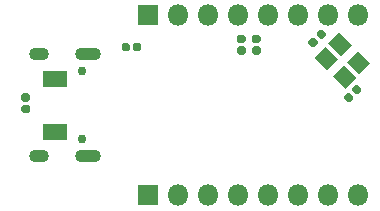
<source format=gbr>
%TF.GenerationSoftware,KiCad,Pcbnew,(5.1.6)-1*%
%TF.CreationDate,2020-09-21T22:35:42+08:00*%
%TF.ProjectId,Tiny-Hi3861,54696e79-2d48-4693-9338-36312e6b6963,V1.0*%
%TF.SameCoordinates,Original*%
%TF.FileFunction,Soldermask,Bot*%
%TF.FilePolarity,Negative*%
%FSLAX46Y46*%
G04 Gerber Fmt 4.6, Leading zero omitted, Abs format (unit mm)*
G04 Created by KiCad (PCBNEW (5.1.6)-1) date 2020-09-21 22:35:42*
%MOMM*%
%LPD*%
G01*
G04 APERTURE LIST*
%ADD10O,1.800000X1.800000*%
%ADD11R,1.800000X1.800000*%
%ADD12R,2.100000X1.450000*%
%ADD13C,0.750000*%
%ADD14O,1.700000X1.100000*%
%ADD15O,2.200000X1.100000*%
%ADD16C,0.100000*%
G04 APERTURE END LIST*
D10*
%TO.C,J2*%
X184150000Y-108000000D03*
X181610000Y-108000000D03*
X179070000Y-108000000D03*
X176530000Y-108000000D03*
X173990000Y-108000000D03*
X171450000Y-108000000D03*
X168910000Y-108000000D03*
D11*
X166370000Y-108000000D03*
%TD*%
D10*
%TO.C,J1*%
X184150000Y-92750000D03*
X181610000Y-92750000D03*
X179070000Y-92750000D03*
X176530000Y-92750000D03*
X173990000Y-92750000D03*
X171450000Y-92750000D03*
X168910000Y-92750000D03*
D11*
X166370000Y-92750000D03*
%TD*%
D12*
%TO.C,K1*%
X158500000Y-102650000D03*
X158500000Y-98150000D03*
%TD*%
%TO.C,C5*%
G36*
G01*
X156197500Y-100060000D02*
X155802500Y-100060000D01*
G75*
G02*
X155630000Y-99887500I0J172500D01*
G01*
X155630000Y-99542500D01*
G75*
G02*
X155802500Y-99370000I172500J0D01*
G01*
X156197500Y-99370000D01*
G75*
G02*
X156370000Y-99542500I0J-172500D01*
G01*
X156370000Y-99887500D01*
G75*
G02*
X156197500Y-100060000I-172500J0D01*
G01*
G37*
G36*
G01*
X156197500Y-101030000D02*
X155802500Y-101030000D01*
G75*
G02*
X155630000Y-100857500I0J172500D01*
G01*
X155630000Y-100512500D01*
G75*
G02*
X155802500Y-100340000I172500J0D01*
G01*
X156197500Y-100340000D01*
G75*
G02*
X156370000Y-100512500I0J-172500D01*
G01*
X156370000Y-100857500D01*
G75*
G02*
X156197500Y-101030000I-172500J0D01*
G01*
G37*
%TD*%
%TO.C,R7*%
G36*
G01*
X165080000Y-95647500D02*
X165080000Y-95252500D01*
G75*
G02*
X165252500Y-95080000I172500J0D01*
G01*
X165597500Y-95080000D01*
G75*
G02*
X165770000Y-95252500I0J-172500D01*
G01*
X165770000Y-95647500D01*
G75*
G02*
X165597500Y-95820000I-172500J0D01*
G01*
X165252500Y-95820000D01*
G75*
G02*
X165080000Y-95647500I0J172500D01*
G01*
G37*
G36*
G01*
X164110000Y-95647500D02*
X164110000Y-95252500D01*
G75*
G02*
X164282500Y-95080000I172500J0D01*
G01*
X164627500Y-95080000D01*
G75*
G02*
X164800000Y-95252500I0J-172500D01*
G01*
X164800000Y-95647500D01*
G75*
G02*
X164627500Y-95820000I-172500J0D01*
G01*
X164282500Y-95820000D01*
G75*
G02*
X164110000Y-95647500I0J172500D01*
G01*
G37*
%TD*%
D13*
%TO.C,J3*%
X160755000Y-97460000D03*
X160755000Y-103240000D03*
D14*
X157075000Y-104670000D03*
X157075000Y-96030000D03*
D15*
X161255000Y-104670000D03*
X161255000Y-96030000D03*
%TD*%
%TO.C,C7*%
G36*
G01*
X175711500Y-95110000D02*
X175316500Y-95110000D01*
G75*
G02*
X175144000Y-94937500I0J172500D01*
G01*
X175144000Y-94592500D01*
G75*
G02*
X175316500Y-94420000I172500J0D01*
G01*
X175711500Y-94420000D01*
G75*
G02*
X175884000Y-94592500I0J-172500D01*
G01*
X175884000Y-94937500D01*
G75*
G02*
X175711500Y-95110000I-172500J0D01*
G01*
G37*
G36*
G01*
X175711500Y-96080000D02*
X175316500Y-96080000D01*
G75*
G02*
X175144000Y-95907500I0J172500D01*
G01*
X175144000Y-95562500D01*
G75*
G02*
X175316500Y-95390000I172500J0D01*
G01*
X175711500Y-95390000D01*
G75*
G02*
X175884000Y-95562500I0J-172500D01*
G01*
X175884000Y-95907500D01*
G75*
G02*
X175711500Y-96080000I-172500J0D01*
G01*
G37*
%TD*%
D16*
%TO.C,Y1*%
G36*
X180422335Y-96345735D02*
G01*
X181341573Y-95426497D01*
X182402233Y-96487157D01*
X181482995Y-97406395D01*
X180422335Y-96345735D01*
G37*
G36*
X181977970Y-97901370D02*
G01*
X182897208Y-96982132D01*
X183957868Y-98042792D01*
X183038630Y-98962030D01*
X181977970Y-97901370D01*
G37*
G36*
X183180051Y-96699289D02*
G01*
X184099289Y-95780051D01*
X185159949Y-96840711D01*
X184240711Y-97759949D01*
X183180051Y-96699289D01*
G37*
G36*
X181624416Y-95143654D02*
G01*
X182543654Y-94224416D01*
X183604314Y-95285076D01*
X182685076Y-96204314D01*
X181624416Y-95143654D01*
G37*
%TD*%
%TO.C,C3*%
G36*
G01*
X183431351Y-99349342D02*
X183710659Y-99628649D01*
G75*
G02*
X183710659Y-99872601I-121976J-121976D01*
G01*
X183466707Y-100116553D01*
G75*
G02*
X183222755Y-100116553I-121976J121976D01*
G01*
X182943447Y-99837245D01*
G75*
G02*
X182943447Y-99593293I121976J121976D01*
G01*
X183187399Y-99349341D01*
G75*
G02*
X183431351Y-99349341I121976J-121976D01*
G01*
G37*
G36*
G01*
X184117245Y-98663448D02*
X184396553Y-98942755D01*
G75*
G02*
X184396553Y-99186707I-121976J-121976D01*
G01*
X184152601Y-99430659D01*
G75*
G02*
X183908649Y-99430659I-121976J121976D01*
G01*
X183629341Y-99151351D01*
G75*
G02*
X183629341Y-98907399I121976J121976D01*
G01*
X183873293Y-98663447D01*
G75*
G02*
X184117245Y-98663447I121976J-121976D01*
G01*
G37*
%TD*%
%TO.C,C2*%
G36*
G01*
X180421351Y-94669342D02*
X180700659Y-94948649D01*
G75*
G02*
X180700659Y-95192601I-121976J-121976D01*
G01*
X180456707Y-95436553D01*
G75*
G02*
X180212755Y-95436553I-121976J121976D01*
G01*
X179933447Y-95157245D01*
G75*
G02*
X179933447Y-94913293I121976J121976D01*
G01*
X180177399Y-94669341D01*
G75*
G02*
X180421351Y-94669341I121976J-121976D01*
G01*
G37*
G36*
G01*
X181107245Y-93983448D02*
X181386553Y-94262755D01*
G75*
G02*
X181386553Y-94506707I-121976J-121976D01*
G01*
X181142601Y-94750659D01*
G75*
G02*
X180898649Y-94750659I-121976J121976D01*
G01*
X180619341Y-94471351D01*
G75*
G02*
X180619341Y-94227399I121976J121976D01*
G01*
X180863293Y-93983447D01*
G75*
G02*
X181107245Y-93983447I121976J-121976D01*
G01*
G37*
%TD*%
%TO.C,R1*%
G36*
G01*
X174046500Y-95390000D02*
X174441500Y-95390000D01*
G75*
G02*
X174614000Y-95562500I0J-172500D01*
G01*
X174614000Y-95907500D01*
G75*
G02*
X174441500Y-96080000I-172500J0D01*
G01*
X174046500Y-96080000D01*
G75*
G02*
X173874000Y-95907500I0J172500D01*
G01*
X173874000Y-95562500D01*
G75*
G02*
X174046500Y-95390000I172500J0D01*
G01*
G37*
G36*
G01*
X174046500Y-94420000D02*
X174441500Y-94420000D01*
G75*
G02*
X174614000Y-94592500I0J-172500D01*
G01*
X174614000Y-94937500D01*
G75*
G02*
X174441500Y-95110000I-172500J0D01*
G01*
X174046500Y-95110000D01*
G75*
G02*
X173874000Y-94937500I0J172500D01*
G01*
X173874000Y-94592500D01*
G75*
G02*
X174046500Y-94420000I172500J0D01*
G01*
G37*
%TD*%
M02*

</source>
